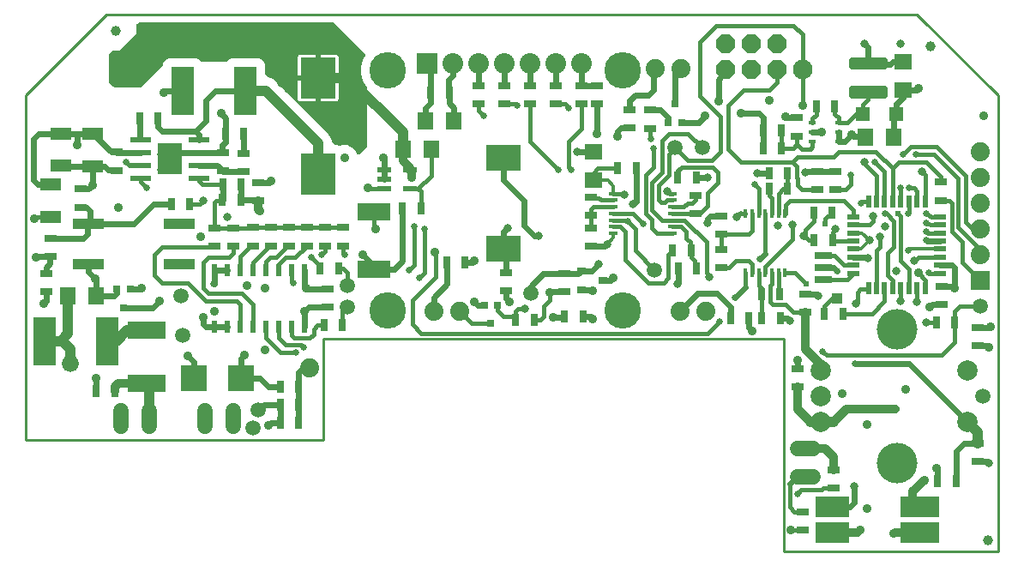
<source format=gbr>
G04 EAGLE Gerber RS-274X export*
G75*
%MOMM*%
%FSLAX34Y34*%
%LPD*%
%INTop Copper*%
%IPPOS*%
%AMOC8*
5,1,8,0,0,1.08239X$1,22.5*%
G01*
%ADD10C,2.000000*%
%ADD11C,4.000000*%
%ADD12R,1.320800X0.558800*%
%ADD13R,1.200000X0.800000*%
%ADD14R,0.800000X1.200000*%
%ADD15R,3.200000X1.800000*%
%ADD16R,2.032000X2.032000*%
%ADD17C,2.032000*%
%ADD18C,3.600000*%
%ADD19R,1.600000X1.800000*%
%ADD20R,3.100000X1.000000*%
%ADD21R,1.700000X0.700000*%
%ADD22R,1.270000X0.558800*%
%ADD23R,0.558800X1.270000*%
%ADD24R,0.600000X1.200000*%
%ADD25R,0.800000X0.450000*%
%ADD26R,2.150000X0.500000*%
%ADD27R,2.400000X3.100000*%
%ADD28C,0.625000*%
%ADD29R,3.500000X4.100000*%
%ADD30R,1.397000X1.397000*%
%ADD31R,1.800000X1.600000*%
%ADD32R,0.900000X0.800000*%
%ADD33R,2.000000X1.200000*%
%ADD34R,2.286000X4.800000*%
%ADD35R,2.540000X2.540000*%
%ADD36R,0.700000X0.700000*%
%ADD37R,3.700000X1.800000*%
%ADD38C,1.524000*%
%ADD39C,1.000000*%
%ADD40C,1.500000*%
%ADD41C,1.879600*%
%ADD42R,1.879600X1.879600*%
%ADD43R,0.900000X0.350000*%
%ADD44R,0.350000X0.900000*%
%ADD45R,2.000000X1.780000*%
%ADD46P,2.034460X8X22.500000*%
%ADD47R,3.400000X2.600000*%
%ADD48C,0.609600*%
%ADD49C,0.914400*%
%ADD50C,0.406400*%
%ADD51C,0.304800*%
%ADD52C,0.812800*%
%ADD53C,0.635000*%
%ADD54C,0.609600*%
%ADD55C,0.812800*%
%ADD56C,1.676400*%
%ADD57C,1.016000*%
%ADD58C,1.930400*%
%ADD59C,0.508000*%
%ADD60R,1.016000X1.016000*%
%ADD61C,0.254000*%

G36*
X328255Y281640D02*
X328255Y281640D01*
X328304Y281641D01*
X328410Y281672D01*
X328518Y281694D01*
X328562Y281716D01*
X328610Y281730D01*
X328704Y281785D01*
X328803Y281834D01*
X328841Y281866D01*
X328884Y281891D01*
X329005Y281998D01*
X336686Y289679D01*
X336746Y289757D01*
X336814Y289829D01*
X336843Y289882D01*
X336880Y289930D01*
X336920Y290021D01*
X336968Y290107D01*
X336983Y290166D01*
X337007Y290222D01*
X337022Y290320D01*
X337047Y290415D01*
X337053Y290515D01*
X337057Y290536D01*
X337055Y290548D01*
X337057Y290576D01*
X337057Y347405D01*
X337045Y347504D01*
X337042Y347603D01*
X337025Y347661D01*
X337017Y347721D01*
X336981Y347813D01*
X336953Y347908D01*
X336923Y347960D01*
X336900Y348017D01*
X336842Y348097D01*
X336792Y348182D01*
X336726Y348257D01*
X336714Y348274D01*
X336704Y348282D01*
X336685Y348303D01*
X336212Y348777D01*
X332772Y354735D01*
X330991Y361380D01*
X330991Y368260D01*
X332772Y374905D01*
X335347Y379366D01*
X335391Y379469D01*
X335442Y379569D01*
X335452Y379615D01*
X335470Y379659D01*
X335487Y379770D01*
X335511Y379880D01*
X335510Y379927D01*
X335517Y379973D01*
X335505Y380085D01*
X335502Y380197D01*
X335489Y380243D01*
X335484Y380290D01*
X335444Y380395D01*
X335413Y380503D01*
X335389Y380544D01*
X335373Y380588D01*
X335309Y380680D01*
X335252Y380777D01*
X335204Y380831D01*
X335191Y380849D01*
X335178Y380861D01*
X335145Y380898D01*
X304571Y411472D01*
X304493Y411532D01*
X304421Y411600D01*
X304368Y411629D01*
X304320Y411666D01*
X304229Y411706D01*
X304143Y411754D01*
X304084Y411769D01*
X304028Y411793D01*
X303930Y411808D01*
X303835Y411833D01*
X303735Y411839D01*
X303714Y411843D01*
X303702Y411841D01*
X303674Y411843D01*
X111870Y411843D01*
X111772Y411831D01*
X111673Y411828D01*
X111615Y411811D01*
X111554Y411803D01*
X111462Y411767D01*
X111367Y411739D01*
X111315Y411709D01*
X111259Y411686D01*
X111179Y411628D01*
X111093Y411578D01*
X111018Y411512D01*
X111001Y411500D01*
X110994Y411490D01*
X110973Y411472D01*
X109847Y410346D01*
X109786Y410267D01*
X109718Y410195D01*
X109689Y410142D01*
X109652Y410094D01*
X109612Y410003D01*
X109564Y409917D01*
X109549Y409858D01*
X109525Y409802D01*
X109510Y409704D01*
X109485Y409609D01*
X109479Y409509D01*
X109475Y409488D01*
X109477Y409476D01*
X109475Y409448D01*
X109475Y400830D01*
X92946Y384301D01*
X86360Y384301D01*
X86262Y384289D01*
X86163Y384286D01*
X86105Y384269D01*
X86044Y384261D01*
X85952Y384225D01*
X85857Y384197D01*
X85805Y384167D01*
X85749Y384144D01*
X85669Y384086D01*
X85583Y384036D01*
X85508Y383970D01*
X85491Y383958D01*
X85484Y383948D01*
X85463Y383930D01*
X82415Y380882D01*
X82354Y380803D01*
X82286Y380731D01*
X82257Y380678D01*
X82220Y380630D01*
X82180Y380539D01*
X82132Y380453D01*
X82117Y380394D01*
X82093Y380338D01*
X82078Y380240D01*
X82053Y380145D01*
X82047Y380045D01*
X82043Y380024D01*
X82045Y380012D01*
X82043Y379984D01*
X82043Y353568D01*
X82055Y353470D01*
X82058Y353371D01*
X82075Y353313D01*
X82083Y353252D01*
X82119Y353160D01*
X82147Y353065D01*
X82177Y353013D01*
X82200Y352957D01*
X82258Y352877D01*
X82308Y352791D01*
X82374Y352716D01*
X82386Y352699D01*
X82396Y352692D01*
X82415Y352671D01*
X86479Y348607D01*
X86557Y348546D01*
X86629Y348478D01*
X86682Y348449D01*
X86730Y348412D01*
X86821Y348372D01*
X86907Y348324D01*
X86966Y348309D01*
X87022Y348285D01*
X87120Y348270D01*
X87215Y348245D01*
X87315Y348239D01*
X87336Y348235D01*
X87348Y348237D01*
X87357Y348236D01*
X87495Y348099D01*
X87573Y348038D01*
X87645Y347970D01*
X87698Y347941D01*
X87746Y347904D01*
X87837Y347864D01*
X87923Y347816D01*
X87982Y347801D01*
X88038Y347777D01*
X88136Y347762D01*
X88231Y347737D01*
X88331Y347731D01*
X88352Y347727D01*
X88364Y347729D01*
X88392Y347727D01*
X112268Y347727D01*
X112366Y347739D01*
X112465Y347742D01*
X112523Y347759D01*
X112584Y347767D01*
X112676Y347803D01*
X112771Y347831D01*
X112823Y347861D01*
X112879Y347884D01*
X112959Y347942D01*
X113045Y347992D01*
X113120Y348058D01*
X113137Y348070D01*
X113144Y348080D01*
X113166Y348099D01*
X135106Y370039D01*
X135112Y370047D01*
X135119Y370052D01*
X135209Y370172D01*
X135301Y370290D01*
X135305Y370299D01*
X135310Y370306D01*
X135381Y370451D01*
X136607Y373410D01*
X138893Y375696D01*
X141881Y376934D01*
X167975Y376934D01*
X170963Y375696D01*
X172652Y374007D01*
X172731Y373946D01*
X172803Y373878D01*
X172856Y373849D01*
X172904Y373812D01*
X172995Y373772D01*
X173081Y373724D01*
X173140Y373709D01*
X173195Y373685D01*
X173293Y373670D01*
X173389Y373645D01*
X173489Y373639D01*
X173509Y373635D01*
X173522Y373637D01*
X173550Y373635D01*
X198306Y373635D01*
X198404Y373647D01*
X198503Y373650D01*
X198562Y373667D01*
X198622Y373675D01*
X198714Y373711D01*
X198809Y373739D01*
X198861Y373769D01*
X198917Y373792D01*
X198997Y373850D01*
X199083Y373900D01*
X199158Y373966D01*
X199175Y373978D01*
X199183Y373988D01*
X199204Y374007D01*
X200893Y375696D01*
X203881Y376934D01*
X229975Y376934D01*
X232963Y375696D01*
X235249Y373410D01*
X236487Y370422D01*
X236487Y361176D01*
X236499Y361078D01*
X236502Y360979D01*
X236519Y360921D01*
X236527Y360860D01*
X236563Y360768D01*
X236591Y360673D01*
X236621Y360621D01*
X236644Y360565D01*
X236702Y360485D01*
X236752Y360399D01*
X236818Y360324D01*
X236830Y360307D01*
X236840Y360300D01*
X236858Y360279D01*
X238752Y358385D01*
X238830Y358325D01*
X238902Y358257D01*
X238955Y358228D01*
X239003Y358191D01*
X239094Y358151D01*
X239180Y358103D01*
X239239Y358088D01*
X239295Y358064D01*
X239393Y358049D01*
X239407Y358045D01*
X244337Y356003D01*
X299869Y300471D01*
X301901Y295564D01*
X301912Y295528D01*
X301920Y295467D01*
X301956Y295375D01*
X301984Y295280D01*
X302014Y295228D01*
X302037Y295172D01*
X302095Y295092D01*
X302145Y295006D01*
X302211Y294931D01*
X302223Y294914D01*
X302233Y294907D01*
X302251Y294886D01*
X305884Y291253D01*
X305962Y291193D01*
X306034Y291125D01*
X306087Y291096D01*
X306135Y291059D01*
X306226Y291019D01*
X306312Y290971D01*
X306371Y290956D01*
X306427Y290932D01*
X306525Y290917D01*
X306620Y290892D01*
X306720Y290886D01*
X306741Y290882D01*
X306753Y290884D01*
X306781Y290882D01*
X307788Y290882D01*
X309687Y290095D01*
X309782Y290069D01*
X309875Y290034D01*
X309935Y290027D01*
X309993Y290011D01*
X310092Y290010D01*
X310191Y289999D01*
X310251Y290007D01*
X310311Y290006D01*
X310408Y290029D01*
X310506Y290043D01*
X310601Y290076D01*
X310621Y290080D01*
X310632Y290086D01*
X310658Y290095D01*
X312434Y290831D01*
X317486Y290831D01*
X322154Y288897D01*
X325727Y285324D01*
X326935Y282409D01*
X326959Y282366D01*
X326976Y282320D01*
X327038Y282229D01*
X327092Y282133D01*
X327127Y282098D01*
X327155Y282056D01*
X327237Y281984D01*
X327313Y281905D01*
X327356Y281879D01*
X327393Y281846D01*
X327491Y281796D01*
X327584Y281739D01*
X327632Y281724D01*
X327676Y281701D01*
X327783Y281677D01*
X327888Y281645D01*
X327938Y281643D01*
X327987Y281632D01*
X328097Y281635D01*
X328206Y281630D01*
X328255Y281640D01*
G37*
G36*
X901702Y-101725D02*
X901702Y-101725D01*
X901704Y-101726D01*
X901747Y-101706D01*
X901791Y-101688D01*
X901791Y-101686D01*
X901793Y-101685D01*
X901826Y-101600D01*
X901826Y-81280D01*
X901825Y-81278D01*
X901826Y-81276D01*
X901806Y-81233D01*
X901788Y-81189D01*
X901786Y-81189D01*
X901785Y-81187D01*
X901700Y-81154D01*
X863600Y-81154D01*
X863598Y-81155D01*
X863596Y-81154D01*
X863553Y-81174D01*
X863509Y-81192D01*
X863509Y-81194D01*
X863507Y-81195D01*
X863474Y-81280D01*
X863474Y-101600D01*
X863475Y-101602D01*
X863474Y-101604D01*
X863494Y-101647D01*
X863512Y-101691D01*
X863514Y-101691D01*
X863515Y-101693D01*
X863600Y-101726D01*
X901700Y-101726D01*
X901702Y-101725D01*
G37*
G36*
X901702Y-76325D02*
X901702Y-76325D01*
X901704Y-76326D01*
X901747Y-76306D01*
X901791Y-76288D01*
X901791Y-76286D01*
X901793Y-76285D01*
X901826Y-76200D01*
X901826Y-55880D01*
X901825Y-55878D01*
X901826Y-55876D01*
X901806Y-55833D01*
X901788Y-55789D01*
X901786Y-55789D01*
X901785Y-55787D01*
X901700Y-55754D01*
X863600Y-55754D01*
X863598Y-55755D01*
X863596Y-55754D01*
X863553Y-55774D01*
X863509Y-55792D01*
X863509Y-55794D01*
X863507Y-55795D01*
X863474Y-55880D01*
X863474Y-76200D01*
X863475Y-76202D01*
X863474Y-76204D01*
X863494Y-76247D01*
X863512Y-76291D01*
X863514Y-76291D01*
X863515Y-76293D01*
X863600Y-76326D01*
X901700Y-76326D01*
X901702Y-76325D01*
G37*
G36*
X812802Y-76325D02*
X812802Y-76325D01*
X812804Y-76326D01*
X812847Y-76306D01*
X812891Y-76288D01*
X812891Y-76286D01*
X812893Y-76285D01*
X812926Y-76200D01*
X812926Y-55880D01*
X812925Y-55878D01*
X812926Y-55876D01*
X812906Y-55833D01*
X812888Y-55789D01*
X812886Y-55789D01*
X812885Y-55787D01*
X812800Y-55754D01*
X779780Y-55754D01*
X779778Y-55755D01*
X779776Y-55754D01*
X779733Y-55774D01*
X779689Y-55792D01*
X779689Y-55794D01*
X779687Y-55795D01*
X779654Y-55880D01*
X779654Y-76200D01*
X779655Y-76202D01*
X779654Y-76204D01*
X779674Y-76247D01*
X779692Y-76291D01*
X779694Y-76291D01*
X779695Y-76293D01*
X779780Y-76326D01*
X812800Y-76326D01*
X812802Y-76325D01*
G37*
G36*
X812802Y-101725D02*
X812802Y-101725D01*
X812804Y-101726D01*
X812847Y-101706D01*
X812891Y-101688D01*
X812891Y-101686D01*
X812893Y-101685D01*
X812926Y-101600D01*
X812926Y-81280D01*
X812925Y-81278D01*
X812926Y-81276D01*
X812906Y-81233D01*
X812888Y-81189D01*
X812886Y-81189D01*
X812885Y-81187D01*
X812800Y-81154D01*
X779780Y-81154D01*
X779778Y-81155D01*
X779776Y-81154D01*
X779733Y-81174D01*
X779689Y-81192D01*
X779689Y-81194D01*
X779687Y-81195D01*
X779654Y-81280D01*
X779654Y-101600D01*
X779655Y-101602D01*
X779654Y-101604D01*
X779674Y-101647D01*
X779692Y-101691D01*
X779694Y-101691D01*
X779695Y-101693D01*
X779780Y-101726D01*
X812800Y-101726D01*
X812802Y-101725D01*
G37*
%LPC*%
G36*
X291210Y359792D02*
X291210Y359792D01*
X291210Y380294D01*
X306505Y380294D01*
X307152Y380121D01*
X307731Y379786D01*
X308204Y379313D01*
X308539Y378734D01*
X308712Y378087D01*
X308712Y359792D01*
X291210Y359792D01*
G37*
%LPD*%
%LPC*%
G36*
X291210Y334212D02*
X291210Y334212D01*
X291210Y354714D01*
X308712Y354714D01*
X308712Y336419D01*
X308539Y335772D01*
X308204Y335193D01*
X307731Y334720D01*
X307152Y334385D01*
X306505Y334212D01*
X291210Y334212D01*
G37*
%LPD*%
%LPC*%
G36*
X268630Y359792D02*
X268630Y359792D01*
X268630Y378087D01*
X268803Y378734D01*
X269138Y379313D01*
X269611Y379786D01*
X270190Y380121D01*
X270837Y380294D01*
X286132Y380294D01*
X286132Y359792D01*
X268630Y359792D01*
G37*
%LPD*%
%LPC*%
G36*
X270837Y334212D02*
X270837Y334212D01*
X270190Y334385D01*
X269611Y334720D01*
X269138Y335193D01*
X268803Y335772D01*
X268630Y336419D01*
X268630Y354714D01*
X286132Y354714D01*
X286132Y334212D01*
X270837Y334212D01*
G37*
%LPD*%
%LPC*%
G36*
X288670Y357252D02*
X288670Y357252D01*
X288670Y357254D01*
X288672Y357254D01*
X288672Y357252D01*
X288670Y357252D01*
G37*
%LPD*%
D10*
X785070Y68600D03*
X785070Y17800D03*
X785070Y43200D03*
D11*
X860000Y-22840D03*
X860000Y109240D03*
D10*
X929850Y17800D03*
X929850Y68600D03*
D12*
X353822Y266446D03*
X353822Y257048D03*
X353822Y247650D03*
X379222Y247650D03*
X379222Y266446D03*
D13*
X224155Y191533D03*
X224155Y209533D03*
X241935Y191533D03*
X241935Y209533D03*
X259715Y191533D03*
X259715Y209533D03*
X277495Y191533D03*
X277495Y209533D03*
X313055Y191533D03*
X313055Y209533D03*
X295275Y191533D03*
X295275Y209533D03*
X204851Y191406D03*
X204851Y209406D03*
X186309Y191406D03*
X186309Y209406D03*
D14*
X194454Y252222D03*
X212454Y252222D03*
D15*
X344170Y224723D03*
X344170Y168723D03*
D14*
X269604Y16510D03*
X251604Y16510D03*
X251604Y34290D03*
X269604Y34290D03*
X251604Y52070D03*
X269604Y52070D03*
D16*
X396320Y371420D03*
D17*
X421720Y371420D03*
X447120Y371420D03*
X472520Y371420D03*
X497920Y371420D03*
X523320Y371420D03*
D18*
X589120Y127820D03*
X357120Y127820D03*
X357120Y364820D03*
X589120Y364820D03*
D17*
X548720Y371420D03*
D13*
X762000Y51960D03*
X762000Y69960D03*
X769620Y125620D03*
X769620Y143620D03*
D14*
X918320Y-40640D03*
X900320Y-40640D03*
D13*
X939800Y-21700D03*
X939800Y-3700D03*
X24257Y198738D03*
X24257Y180738D03*
D14*
X399940Y342900D03*
X417940Y342900D03*
D19*
X422940Y314960D03*
X394940Y314960D03*
D13*
X798957Y246778D03*
X798957Y264778D03*
D20*
X151680Y173040D03*
X61680Y173040D03*
X151680Y213040D03*
X61680Y213040D03*
D14*
X162162Y232537D03*
X144162Y232537D03*
D13*
X563880Y331360D03*
X563880Y349360D03*
X781177Y246778D03*
X781177Y264778D03*
D21*
X787527Y158053D03*
X787527Y170053D03*
X787527Y182053D03*
D22*
X816991Y220278D03*
X816991Y212278D03*
X816991Y204278D03*
X816991Y196278D03*
X816991Y188278D03*
X816991Y180278D03*
X816991Y172278D03*
X816991Y164278D03*
D23*
X831917Y149352D03*
X839917Y149352D03*
X847917Y149352D03*
X855917Y149352D03*
X863917Y149352D03*
X871917Y149352D03*
X879917Y149352D03*
X887917Y149352D03*
D22*
X902843Y164278D03*
X902843Y172278D03*
X902843Y180278D03*
X902843Y188278D03*
X902843Y196278D03*
X902843Y204278D03*
X902843Y212278D03*
X902843Y220278D03*
D23*
X887917Y235204D03*
X879917Y235204D03*
X871917Y235204D03*
X863917Y235204D03*
X855917Y235204D03*
X847917Y235204D03*
X839917Y235204D03*
X831917Y235204D03*
D13*
X903859Y254491D03*
X903859Y236491D03*
D24*
X274955Y167573D03*
X262255Y167573D03*
X249555Y167573D03*
X236855Y167573D03*
X224155Y167573D03*
X211455Y167573D03*
X198755Y167573D03*
X186055Y167573D03*
X186055Y111573D03*
X198755Y111573D03*
X211455Y111573D03*
X224155Y111573D03*
X236855Y111573D03*
X249555Y111573D03*
X262255Y111573D03*
X274955Y111573D03*
D13*
X298450Y131081D03*
X298450Y149081D03*
X447040Y331360D03*
X447040Y349360D03*
X472440Y331360D03*
X472440Y349360D03*
X497840Y331360D03*
X497840Y349360D03*
X523240Y331360D03*
X523240Y349360D03*
X548640Y331360D03*
X548640Y349360D03*
D25*
X776809Y313411D03*
X776809Y303911D03*
X776809Y294411D03*
X802309Y294411D03*
X802309Y303911D03*
X802309Y313411D03*
D26*
X113617Y296545D03*
X113617Y283845D03*
X113617Y271145D03*
X113617Y258445D03*
X171117Y258445D03*
X171117Y271145D03*
X171117Y283845D03*
X171117Y296545D03*
D27*
X142367Y277495D03*
D28*
X815594Y346884D02*
X847344Y346884D01*
X847344Y340634D01*
X815594Y340634D01*
X815594Y346884D01*
X815594Y346571D02*
X847344Y346571D01*
X847344Y374884D02*
X815594Y374884D01*
X847344Y374884D02*
X847344Y368634D01*
X815594Y368634D01*
X815594Y374884D01*
X815594Y374571D02*
X847344Y374571D01*
D29*
X288671Y262253D03*
X288671Y357253D03*
D14*
X780559Y329311D03*
X798559Y329311D03*
D30*
X826389Y321691D03*
X859409Y321691D03*
D31*
X866521Y373029D03*
X866521Y345029D03*
D14*
X727981Y305689D03*
X745981Y305689D03*
D13*
X761619Y299991D03*
X761619Y317991D03*
D14*
X745981Y287909D03*
X727981Y287909D03*
D19*
X828899Y298831D03*
X856899Y298831D03*
D32*
X569809Y157519D03*
X548809Y148019D03*
X548809Y167019D03*
D14*
X550029Y121479D03*
X532029Y121479D03*
D13*
X531379Y145931D03*
X531379Y163931D03*
D14*
X602598Y267843D03*
X584598Y267843D03*
D13*
X557657Y239378D03*
X557657Y221378D03*
X557657Y190898D03*
X557657Y208898D03*
D31*
X560578Y256383D03*
X560578Y284383D03*
D14*
X638700Y186563D03*
X656700Y186563D03*
X644415Y168910D03*
X662415Y168910D03*
D13*
X661162Y241537D03*
X661162Y223537D03*
D33*
X34798Y302512D03*
X34798Y270512D03*
X66421Y302004D03*
X66421Y270004D03*
X24892Y252347D03*
X24892Y220347D03*
D13*
X89667Y266099D03*
X89667Y284099D03*
D14*
X112311Y317759D03*
X130311Y317759D03*
D13*
X214757Y282812D03*
X214757Y264812D03*
D14*
X197375Y302260D03*
X215375Y302260D03*
D13*
X194437Y283447D03*
X194437Y265447D03*
D14*
X194213Y236748D03*
X212213Y236748D03*
D34*
X216928Y344805D03*
X154928Y344805D03*
D35*
X212725Y60579D03*
X165735Y60579D03*
D13*
X53848Y247633D03*
X53848Y229633D03*
X616712Y307611D03*
X616712Y325611D03*
D36*
X634342Y313330D03*
X647342Y313330D03*
X640842Y331830D03*
D37*
X119761Y108423D03*
X119761Y55923D03*
D34*
X18657Y97282D03*
X80657Y97282D03*
D13*
X596519Y308246D03*
X596519Y326246D03*
D38*
X94361Y28448D02*
X94361Y13208D01*
X122301Y13208D02*
X122301Y28448D01*
X176784Y28829D02*
X176784Y13589D01*
X204724Y13589D02*
X204724Y28829D01*
X762000Y-36830D02*
X777240Y-36830D01*
X777240Y-8890D02*
X762000Y-8890D01*
D39*
X88900Y403860D03*
X893699Y388366D03*
X949960Y-99060D03*
D13*
X20320Y145940D03*
X20320Y163940D03*
X939800Y92600D03*
X939800Y110600D03*
X229362Y253856D03*
X229362Y235856D03*
D19*
X41880Y142240D03*
X69880Y142240D03*
D14*
X69740Y48260D03*
X87740Y48260D03*
D19*
X372207Y286639D03*
X400207Y286639D03*
D14*
X390000Y228600D03*
X372000Y228600D03*
X778400Y197104D03*
X796400Y197104D03*
D13*
X904240Y133240D03*
X904240Y151240D03*
D40*
X229616Y29591D03*
D41*
X621411Y366522D03*
X646811Y366522D03*
D42*
X942340Y157480D03*
D41*
X942340Y182880D03*
X942340Y208280D03*
X942340Y233680D03*
X942340Y259080D03*
X942340Y284480D03*
D43*
X580350Y243020D03*
X580350Y236520D03*
X580350Y230020D03*
X580350Y223520D03*
X580350Y217020D03*
X580350Y210520D03*
X580350Y204020D03*
X638850Y204020D03*
X638850Y210520D03*
X638850Y217020D03*
X638850Y223520D03*
X638850Y230020D03*
X638850Y236520D03*
X638850Y243020D03*
D44*
X710750Y165060D03*
X717250Y165060D03*
X723750Y165060D03*
X730250Y165060D03*
X736750Y165060D03*
X743250Y165060D03*
X749750Y165060D03*
X749750Y223560D03*
X743250Y223560D03*
X736750Y223560D03*
X730250Y223560D03*
X723750Y223560D03*
X717250Y223560D03*
X710750Y223560D03*
D14*
X733950Y262890D03*
X751950Y262890D03*
X733950Y247650D03*
X751950Y247650D03*
X744330Y143510D03*
X726330Y143510D03*
X744838Y120142D03*
X726838Y120142D03*
D13*
X687070Y170070D03*
X687070Y188070D03*
D45*
X801190Y-66040D03*
X801190Y-91440D03*
X875690Y-91440D03*
X875690Y-66040D03*
D36*
X103020Y148950D03*
X90020Y148950D03*
X96520Y130450D03*
D14*
X806560Y124460D03*
X788560Y124460D03*
D13*
X767080Y-71010D03*
X767080Y-89010D03*
X797560Y-29608D03*
X797560Y-47608D03*
D14*
X661780Y259080D03*
X643780Y259080D03*
D13*
X687070Y221090D03*
X687070Y203090D03*
D46*
X690880Y365760D03*
X690880Y391160D03*
X716280Y365760D03*
X716280Y391160D03*
X741680Y365760D03*
X741680Y391160D03*
D14*
X294530Y113030D03*
X312530Y113030D03*
X290720Y168910D03*
X308720Y168910D03*
D40*
X498348Y144526D03*
D41*
X280670Y71120D03*
D40*
X641350Y288290D03*
X317500Y152400D03*
X317500Y130810D03*
X153670Y142240D03*
X621030Y167640D03*
X668020Y288290D03*
X154940Y102870D03*
X224790Y11430D03*
X942340Y132080D03*
D14*
X899050Y115570D03*
X917050Y115570D03*
D13*
X473964Y146956D03*
X473964Y164956D03*
D40*
X944880Y43180D03*
D14*
X795892Y224536D03*
X777892Y224536D03*
D40*
X191516Y401320D03*
D47*
X471424Y188680D03*
X471424Y278680D03*
D36*
X465732Y133202D03*
X452732Y133202D03*
X459232Y114702D03*
D14*
X433688Y174752D03*
X415688Y174752D03*
D41*
X402844Y127000D03*
X428244Y127000D03*
D14*
X714104Y119888D03*
X696104Y119888D03*
D41*
X645668Y127000D03*
X671068Y127000D03*
D14*
X501760Y118110D03*
X483760Y118110D03*
D48*
X90020Y144630D02*
X90020Y148950D01*
X90020Y144630D02*
X87630Y142240D01*
X69880Y142240D01*
X69880Y157450D01*
X68580Y158750D01*
D49*
X68580Y158750D03*
D48*
X61680Y165650D02*
X61680Y173040D01*
X61680Y165650D02*
X68580Y158750D01*
X20320Y145940D02*
X20320Y137160D01*
X17780Y134620D01*
D49*
X17780Y134620D03*
D50*
X10797Y220347D02*
X24892Y220347D01*
X10797Y220347D02*
X8890Y218440D01*
D49*
X8890Y218440D03*
D48*
X35306Y270004D02*
X66421Y270004D01*
D51*
X35306Y270004D02*
X34798Y270512D01*
D48*
X53848Y247633D02*
X62213Y247633D01*
X66040Y251460D01*
D49*
X66040Y251460D03*
D48*
X66421Y251841D02*
X66421Y270004D01*
D51*
X66421Y251841D02*
X66040Y251460D01*
D49*
X91440Y229108D03*
D48*
X171117Y283845D02*
X194039Y283845D01*
D51*
X194437Y283447D01*
D48*
X171117Y283845D02*
X148717Y283845D01*
D51*
X142367Y277495D01*
D48*
X197375Y293895D02*
X197375Y302260D01*
X197375Y293895D02*
X194310Y290830D01*
X194310Y283574D01*
D51*
X194437Y283447D01*
D48*
X197375Y302260D02*
X197375Y317737D01*
X193040Y322072D01*
D49*
X193040Y322072D03*
D48*
X154928Y344805D02*
X138303Y344805D01*
X136398Y342900D01*
D49*
X136398Y342900D03*
D48*
X229362Y253856D02*
X240648Y253856D01*
X242062Y255270D01*
D49*
X242062Y255270D03*
X314960Y278130D03*
D52*
X833120Y196850D03*
D51*
X825692Y204278D02*
X816991Y204278D01*
X825692Y204278D02*
X833120Y196850D01*
X824548Y188278D02*
X816991Y188278D01*
X824548Y188278D02*
X833120Y196850D01*
D48*
X889572Y196278D02*
X902843Y196278D01*
X889572Y196278D02*
X889000Y196850D01*
D53*
X889000Y196850D03*
D51*
X859409Y321691D02*
X859790Y322072D01*
D48*
X866521Y345029D02*
X879699Y345029D01*
X881380Y346710D01*
D49*
X881380Y346710D03*
X892810Y130810D03*
D48*
X939800Y92600D02*
X950070Y92600D01*
X951230Y91440D01*
D49*
X951230Y91440D03*
D48*
X950070Y-21700D02*
X939800Y-21700D01*
X950070Y-21700D02*
X951230Y-22860D01*
D52*
X951230Y-22860D03*
D49*
X856996Y-92710D03*
D48*
X251604Y34290D02*
X235077Y34290D01*
X229616Y29591D01*
X165735Y60579D02*
X165735Y76835D01*
X160020Y82550D01*
D49*
X160020Y82550D03*
X69850Y60960D03*
D48*
X186055Y111573D02*
X198755Y111573D01*
D49*
X175260Y120650D03*
D48*
X186055Y154305D02*
X186055Y167573D01*
X186055Y154305D02*
X185420Y153670D01*
D53*
X185420Y153670D03*
D48*
X186055Y167573D02*
X198755Y167573D01*
X279671Y131081D02*
X298450Y131081D01*
X279671Y131081D02*
X275590Y127000D01*
D49*
X275590Y127000D03*
D48*
X274955Y126365D02*
X274955Y111573D01*
X274955Y126365D02*
X275590Y127000D01*
X353822Y257048D02*
X353822Y266446D01*
X353822Y277368D01*
D51*
X353060Y278130D01*
D49*
X353060Y278130D03*
D48*
X394940Y314960D02*
X394940Y327630D01*
X399940Y332630D01*
X399940Y342900D01*
X399940Y367800D01*
X396320Y371420D01*
X550029Y121479D02*
X557971Y121479D01*
X560070Y119380D01*
D49*
X560070Y119380D03*
D48*
X569809Y157519D02*
X577889Y157519D01*
X580390Y160020D01*
D49*
X580390Y160020D03*
D48*
X571898Y190898D02*
X557657Y190898D01*
X571898Y190898D02*
X574040Y193040D01*
D52*
X574040Y193040D03*
D51*
X574850Y193850D01*
D52*
X673100Y214122D03*
D48*
X675750Y221090D02*
X687070Y221090D01*
X675750Y221090D02*
X673100Y218440D01*
X673100Y214122D01*
X722630Y262890D02*
X733950Y262890D01*
D52*
X722630Y262890D03*
D48*
X673100Y259080D02*
X661780Y259080D01*
D52*
X673100Y259080D03*
D49*
X670560Y320040D03*
D48*
X560578Y284383D02*
X544927Y284383D01*
D51*
X544830Y284480D01*
D52*
X544830Y284480D03*
D48*
X751349Y317991D02*
X761619Y317991D01*
X751349Y317991D02*
X750570Y318770D01*
D49*
X750570Y318770D03*
D48*
X776809Y303911D02*
X785749Y303911D01*
D51*
X786130Y303530D01*
D49*
X786130Y303530D03*
X734060Y335280D03*
D48*
X787527Y170053D02*
X797433Y170053D01*
X801370Y166370D01*
D53*
X801370Y166370D03*
D52*
X768350Y201422D03*
D49*
X186690Y127000D03*
X236220Y88900D03*
D48*
X242570Y16510D02*
X251604Y16510D01*
X242570Y16510D02*
X240030Y13970D01*
D49*
X240030Y13970D03*
D48*
X251604Y16510D02*
X251604Y34290D01*
D52*
X599440Y232410D03*
X742950Y211836D03*
X859790Y166370D03*
D49*
X945642Y320040D03*
D52*
X199390Y219710D03*
D49*
X830580Y15240D03*
X806450Y45720D03*
D48*
X895240Y133240D02*
X904240Y133240D01*
X895240Y133240D02*
X892810Y130810D01*
X77976Y270004D02*
X66421Y270004D01*
X77976Y270004D02*
X81280Y266700D01*
X89066Y266700D01*
D51*
X89667Y266099D01*
D48*
X177987Y111573D02*
X186055Y111573D01*
X177987Y111573D02*
X175260Y114300D01*
X175260Y120650D01*
X647342Y313330D02*
X664570Y313330D01*
X670560Y320040D01*
X602598Y267843D02*
X602598Y235568D01*
X599440Y232410D01*
X856899Y298831D02*
X856899Y319181D01*
D50*
X859409Y321691D01*
D48*
X859790Y322072D02*
X859790Y331470D01*
X866140Y337820D01*
X866140Y344648D01*
D50*
X866521Y345029D01*
X787400Y170180D02*
X787527Y170053D01*
D54*
X770890Y153670D03*
D53*
X151130Y289560D03*
X143510Y289560D03*
X135890Y289560D03*
X133350Y281940D03*
X140970Y281940D03*
X148590Y281940D03*
X151130Y274320D03*
X143510Y274320D03*
X135890Y274320D03*
X133350Y266700D03*
X140970Y266700D03*
X148590Y266700D03*
D52*
X754380Y117856D03*
D50*
X772668Y197104D02*
X768350Y201422D01*
X772668Y197104D02*
X778400Y197104D01*
X777892Y215536D02*
X777892Y224536D01*
X777892Y215536D02*
X769620Y207264D01*
X769620Y202692D01*
X768350Y201422D01*
D51*
X580350Y199350D02*
X580350Y204020D01*
X580350Y199350D02*
X574040Y193040D01*
D50*
X749750Y165060D02*
X759500Y165060D01*
X770890Y153670D01*
D49*
X517398Y145796D03*
D48*
X517533Y145931D02*
X531379Y145931D01*
X517533Y145931D02*
X517398Y145796D01*
D49*
X830580Y-68072D03*
D55*
X858266Y-91440D02*
X875690Y-91440D01*
D48*
X858266Y-91440D02*
X856996Y-92710D01*
D52*
X643636Y154178D03*
D48*
X644415Y154957D02*
X644415Y168910D01*
X644415Y154957D02*
X643636Y154178D01*
X744838Y120142D02*
X752094Y120142D01*
X754380Y117856D01*
X452732Y133202D02*
X445918Y133202D01*
D50*
X442976Y136144D01*
D49*
X442976Y136144D03*
D50*
X501760Y118110D02*
X508000Y118110D01*
X511810Y121920D01*
X511810Y132080D01*
X517398Y137668D01*
X517398Y145796D01*
D48*
X69850Y60960D02*
X69850Y48370D01*
X69740Y48260D01*
D54*
X789432Y212852D03*
D50*
X789432Y218076D01*
X795892Y224536D01*
D56*
X44450Y75438D03*
D48*
X49530Y302004D02*
X66421Y302004D01*
X49530Y302004D02*
X35306Y302004D01*
D51*
X34798Y302512D01*
D48*
X50800Y290830D02*
X51181Y290449D01*
D49*
X50800Y290830D03*
D48*
X89921Y283845D02*
X113617Y283845D01*
D51*
X89921Y283845D02*
X89667Y284099D01*
D48*
X826359Y299309D02*
X828899Y298831D01*
D49*
X815340Y300990D03*
D51*
X828010Y299720D02*
X828899Y298831D01*
D48*
X802309Y294411D02*
X802309Y303911D01*
X24892Y252347D02*
X11813Y252347D01*
X7620Y256540D01*
X7620Y297180D01*
X12700Y302260D01*
X34546Y302260D01*
D51*
X34798Y302512D01*
D48*
X548809Y148019D02*
X560641Y148019D01*
X559816Y146812D01*
D49*
X559816Y146812D03*
D48*
X817021Y299309D02*
X826359Y299309D01*
X817021Y299309D02*
X815340Y300990D01*
X808761Y294411D02*
X802309Y294411D01*
X808761Y294411D02*
X815340Y300990D01*
X89667Y284099D02*
X84326Y284099D01*
X66421Y302004D01*
D49*
X520700Y120650D03*
D48*
X531200Y120650D02*
X532029Y121479D01*
X531200Y120650D02*
X520700Y120650D01*
D57*
X44450Y89662D02*
X44450Y75438D01*
X44450Y89662D02*
X36576Y97536D01*
X34544Y97536D01*
X18911Y97536D01*
X18657Y97282D01*
X41880Y104872D02*
X41880Y142240D01*
X41880Y104872D02*
X34544Y97536D01*
D48*
X473964Y139700D02*
X473964Y146956D01*
X473964Y139700D02*
X477520Y136144D01*
D49*
X477520Y136144D03*
D48*
X51181Y290449D02*
X51181Y300353D01*
X49530Y302004D01*
D50*
X211455Y180975D02*
X211455Y167573D01*
X223520Y190898D02*
X224155Y191533D01*
X222013Y191533D01*
X211455Y180975D01*
X224155Y174879D02*
X224155Y167573D01*
X241300Y190898D02*
X241935Y191533D01*
X241300Y190898D02*
X240174Y190898D01*
X224155Y174879D01*
X236855Y175895D02*
X236855Y167573D01*
X236855Y175895D02*
X241300Y180340D01*
X246998Y180340D01*
X258191Y191533D02*
X259715Y191533D01*
X258191Y191533D02*
X246998Y180340D01*
X249555Y173355D02*
X249555Y167573D01*
X249555Y173355D02*
X256540Y180340D01*
X266302Y180340D01*
X277495Y191533D01*
X313055Y191533D02*
X313055Y184785D01*
X314960Y182880D01*
D53*
X314960Y182880D03*
X274320Y91440D03*
D50*
X249555Y100965D02*
X249555Y111573D01*
X249555Y100965D02*
X256540Y93980D01*
X271780Y93980D01*
X274320Y91440D01*
X295275Y186055D02*
X295275Y191533D01*
X295275Y186055D02*
X292100Y182880D01*
D53*
X292100Y182880D03*
X266700Y86360D03*
D50*
X236855Y100965D02*
X236855Y111573D01*
X236855Y100965D02*
X251460Y86360D01*
X266700Y86360D01*
X224155Y111573D02*
X224155Y133985D01*
X213360Y144780D01*
X180340Y144780D01*
X175260Y149860D01*
X175260Y175260D01*
X180340Y180340D01*
X200660Y180340D01*
X204851Y184531D01*
X204851Y191406D01*
X211455Y133985D02*
X211455Y111573D01*
X211455Y133985D02*
X208280Y137160D01*
X177800Y137160D01*
X160020Y154940D01*
X134620Y154940D01*
X127000Y162560D01*
X127000Y182880D01*
X134620Y190500D01*
X185403Y190500D01*
X186309Y191406D01*
D48*
X269604Y34290D02*
X269604Y16510D01*
X269604Y34290D02*
X269604Y52070D01*
X269604Y66404D01*
X274320Y71120D01*
X280670Y71120D01*
D52*
X877570Y176530D03*
D50*
X881318Y180278D02*
X902843Y180278D01*
X881318Y180278D02*
X877570Y176530D01*
X839917Y187137D02*
X839917Y149352D01*
X839917Y187137D02*
X843280Y190500D01*
X843280Y200660D01*
D52*
X843280Y200660D03*
D50*
X601980Y208280D02*
X594360Y215900D01*
X601980Y208280D02*
X601980Y186690D01*
X621030Y167640D01*
X593240Y217020D02*
X580350Y217020D01*
X593240Y217020D02*
X594360Y215900D01*
D53*
X594360Y215900D03*
D50*
X171577Y232537D02*
X162162Y232537D01*
X171577Y232537D02*
X175260Y236220D01*
D52*
X175260Y236220D03*
D50*
X633268Y236520D02*
X638850Y236520D01*
X633268Y236520D02*
X630936Y234188D01*
X627380Y234188D01*
X624840Y236728D01*
X624840Y251460D01*
X635000Y261620D01*
X635000Y281940D01*
X641350Y288290D01*
X353822Y247650D02*
X339090Y247650D01*
X337820Y248920D01*
D49*
X337820Y248920D03*
D50*
X890462Y204278D02*
X902843Y204278D01*
X890462Y204278D02*
X889000Y205740D01*
D53*
X889000Y205740D03*
D58*
X767080Y365760D03*
D50*
X685800Y284480D02*
X677164Y275844D01*
X653796Y275844D01*
X641350Y288290D01*
X685800Y284480D02*
X685800Y318770D01*
X665480Y339090D01*
X665480Y392430D01*
X681990Y408940D01*
X758190Y408940D01*
X767080Y400050D01*
X767080Y365760D01*
D49*
X767080Y330200D03*
D50*
X767080Y365760D01*
D48*
X918320Y-11320D02*
X918320Y-40640D01*
X918320Y-11320D02*
X925940Y-3700D01*
X939800Y-3700D01*
D57*
X939800Y7850D01*
X929850Y17800D01*
D53*
X700532Y140208D03*
X818896Y75184D03*
D48*
X872466Y75184D01*
D50*
X710750Y150426D02*
X710750Y165060D01*
D48*
X710750Y150426D02*
X700532Y140208D01*
X872466Y75184D02*
X929850Y17800D01*
D55*
X769620Y89916D02*
X769620Y125620D01*
X769620Y89916D02*
X784860Y74676D01*
D57*
X784860Y68810D01*
D50*
X785070Y68600D01*
X736750Y153820D02*
X736750Y165060D01*
X736750Y153820D02*
X735330Y152400D01*
X735330Y135890D01*
X737870Y133350D01*
X750570Y133350D01*
X758190Y125730D01*
X769510Y125730D01*
X769620Y125620D01*
D55*
X762000Y51960D02*
X762000Y30480D01*
X774700Y17780D01*
D57*
X785050Y17780D01*
D50*
X785070Y17800D01*
X730250Y183642D02*
X730250Y223560D01*
D53*
X724916Y178308D03*
X858520Y30480D03*
D57*
X797750Y17780D02*
X785070Y17800D01*
D48*
X724916Y178308D02*
X730250Y183642D01*
D55*
X810450Y30480D02*
X858520Y30480D01*
X810450Y30480D02*
X797750Y17780D01*
D53*
X538480Y266700D03*
D50*
X548640Y307340D02*
X548640Y331360D01*
D54*
X860806Y223774D03*
D50*
X871917Y168213D02*
X871917Y149352D01*
X871917Y168213D02*
X863600Y176530D01*
X863600Y220980D01*
X860806Y223774D01*
X548640Y307340D02*
X535940Y294640D01*
X535940Y269240D01*
X538480Y266700D01*
X483980Y331360D02*
X472440Y331360D01*
X483980Y331360D02*
X485140Y330200D01*
D53*
X485140Y330200D03*
D50*
X879917Y149352D02*
X879917Y138623D01*
X880110Y135890D01*
D52*
X880110Y135890D03*
D50*
X532240Y331360D02*
X523240Y331360D01*
X532240Y331360D02*
X535940Y327660D01*
D53*
X535940Y327660D03*
D50*
X887917Y157293D02*
X887917Y149352D01*
X887917Y157293D02*
X881380Y165100D01*
D49*
X881380Y165100D03*
X684530Y334010D03*
D48*
X684530Y355600D01*
X690880Y365760D01*
D50*
X447040Y331360D02*
X447040Y325120D01*
X452120Y320040D01*
D53*
X452120Y320040D03*
D50*
X892362Y164278D02*
X902843Y164278D01*
X892362Y164278D02*
X891540Y165100D01*
D53*
X891540Y165100D03*
D50*
X312530Y125840D02*
X312530Y113030D01*
X312530Y125840D02*
X317500Y130810D01*
D53*
X863600Y248920D03*
X814832Y261620D03*
D50*
X799355Y246380D02*
X798957Y246778D01*
X863917Y248603D02*
X863917Y235204D01*
X863917Y248603D02*
X863600Y248920D01*
D53*
X393700Y208280D03*
D50*
X393700Y165100D01*
X388620Y160020D01*
D53*
X388620Y160020D03*
D50*
X798957Y246778D02*
X809642Y246778D01*
X814832Y251968D01*
X814832Y261620D01*
X871917Y235204D02*
X871917Y224217D01*
X871220Y223520D01*
D53*
X871220Y223520D03*
D50*
X313690Y168910D02*
X308720Y168910D01*
X313690Y168910D02*
X317500Y165100D01*
X317500Y152400D01*
D53*
X383540Y210820D03*
D50*
X383540Y172720D01*
X378460Y167640D01*
D53*
X378460Y167640D03*
X525780Y266700D03*
X848360Y223520D03*
D50*
X855917Y157543D02*
X855917Y149352D01*
X855917Y157543D02*
X850900Y162560D01*
X850900Y184150D01*
X857250Y190500D01*
X857250Y216154D01*
X849884Y223520D01*
X848360Y223520D01*
X497840Y294640D02*
X497840Y331360D01*
X497840Y294640D02*
X525780Y266700D01*
D48*
X56498Y198738D02*
X24257Y198738D01*
X56498Y198738D02*
X60960Y203200D01*
X60960Y212320D01*
D50*
X61680Y213040D01*
D48*
X59927Y229633D02*
X53848Y229633D01*
X59927Y229633D02*
X63500Y226060D01*
X63500Y214860D01*
D50*
X61680Y213040D01*
D48*
X106360Y213040D01*
X125857Y232537D01*
X144162Y232537D01*
D51*
X872808Y188278D02*
X902843Y188278D01*
X872808Y188278D02*
X871220Y186690D01*
D53*
X871220Y186690D03*
D50*
X756920Y274320D02*
X706120Y274320D01*
X693420Y287020D01*
X693420Y330200D01*
X708660Y345440D01*
X734060Y345440D01*
X741680Y353060D01*
X741680Y365760D01*
X762000Y279400D02*
X756920Y274320D01*
X903859Y259461D02*
X903859Y254491D01*
X903859Y259461D02*
X889000Y274320D01*
X855980Y235267D02*
X855917Y235204D01*
X855980Y267970D02*
X839470Y284480D01*
X781177Y246778D02*
X766682Y246778D01*
X762000Y251460D01*
X762000Y258064D01*
X760984Y259080D01*
X760984Y270256D01*
X756920Y274320D01*
X855980Y267970D02*
X855980Y235267D01*
X862330Y274320D02*
X889000Y274320D01*
X862330Y274320D02*
X855980Y267970D01*
X797560Y279400D02*
X762000Y279400D01*
X797560Y279400D02*
X802640Y284480D01*
X839470Y284480D01*
X810766Y158053D02*
X787527Y158053D01*
X810766Y158053D02*
X816991Y164278D01*
X816991Y172278D02*
X808162Y172278D01*
X798387Y182053D02*
X787527Y182053D01*
X798387Y182053D02*
X808162Y172278D01*
D48*
X421720Y359490D02*
X421720Y371420D01*
X421720Y359490D02*
X417830Y355600D01*
X417830Y343010D01*
D51*
X417940Y342900D01*
D48*
X417940Y332630D01*
X422910Y327660D01*
X422910Y314990D01*
D51*
X422940Y314960D01*
D48*
X816991Y180278D02*
X829372Y180278D01*
X831342Y179070D01*
D52*
X831342Y179070D03*
X633730Y245110D03*
X702310Y219710D03*
D48*
X20320Y170180D02*
X20320Y163940D01*
X20320Y170180D02*
X24130Y173990D01*
X24130Y180611D01*
D51*
X24257Y180738D01*
D48*
X900320Y-29100D02*
X900320Y-40640D01*
X900320Y-29100D02*
X899160Y-27940D01*
D49*
X899160Y-27940D03*
D48*
X939800Y110600D02*
X951340Y110600D01*
X952500Y111760D01*
D49*
X952500Y111760D03*
D48*
X913240Y151240D02*
X904240Y151240D01*
X913240Y151240D02*
X916940Y149860D01*
D49*
X916940Y149860D03*
D48*
X914842Y172278D02*
X902843Y172278D01*
X914842Y172278D02*
X916940Y170180D01*
X916940Y149860D01*
X762000Y78740D02*
X762000Y69960D01*
D49*
X762000Y78740D03*
D48*
X769620Y143620D02*
X780940Y143620D01*
X782320Y142240D01*
D52*
X782320Y142240D03*
X799084Y207772D03*
D48*
X798957Y264778D02*
X781177Y264778D01*
X770238Y264778D01*
X769620Y264160D01*
D52*
X769620Y264160D03*
D48*
X855629Y373029D02*
X866521Y373029D01*
X855629Y373029D02*
X853440Y370840D01*
X832388Y370840D01*
D51*
X831469Y371759D01*
D48*
X831469Y387731D01*
X828040Y391160D01*
D52*
X828040Y391160D03*
X863600Y391160D03*
D48*
X727981Y305689D02*
X727981Y287909D01*
D49*
X706120Y322580D03*
D51*
X584200Y299720D02*
X584200Y297180D01*
D49*
X584200Y299720D03*
D48*
X587646Y308246D02*
X596519Y308246D01*
X587646Y308246D02*
X584200Y304800D01*
X584200Y299720D01*
X563880Y302260D02*
X563880Y331360D01*
D49*
X563880Y302260D03*
D48*
X24257Y180738D02*
X10558Y180738D01*
D51*
X10160Y180340D01*
D49*
X10160Y180340D03*
X172720Y200660D03*
D48*
X277639Y149081D02*
X298450Y149081D01*
D51*
X277639Y149081D02*
X276860Y149860D01*
D49*
X276860Y149860D03*
D48*
X274955Y151765D02*
X274955Y167573D01*
X274955Y151765D02*
X276860Y149860D01*
D49*
X236220Y149860D03*
X218440Y152400D03*
D52*
X848360Y210820D03*
D50*
X638850Y243020D02*
X635820Y243020D01*
X633730Y245110D01*
D48*
X727981Y305689D02*
X727981Y318499D01*
X723900Y322580D01*
X706120Y322580D01*
D50*
X796400Y196278D02*
X816991Y196278D01*
X796400Y196278D02*
X796400Y197104D01*
X796400Y205088D01*
X799084Y207772D01*
X710750Y223560D02*
X706160Y223560D01*
D59*
X702310Y219710D01*
D48*
X714104Y119888D02*
X714104Y110888D01*
X717296Y107696D01*
D49*
X717296Y107696D03*
D48*
X440944Y174752D02*
X433688Y174752D01*
X440944Y174752D02*
X442976Y176784D01*
D49*
X442976Y176784D03*
D50*
X934720Y208280D02*
X942340Y208280D01*
X934720Y208280D02*
X928370Y214630D01*
X928370Y260350D01*
X847917Y264603D02*
X838200Y274320D01*
D53*
X838200Y274320D03*
X866140Y281940D03*
D50*
X899160Y289560D02*
X928370Y260350D01*
X847917Y264603D02*
X847917Y235204D01*
X873760Y289560D02*
X899160Y289560D01*
X873760Y289560D02*
X866140Y281940D01*
X942340Y187960D02*
X942340Y182880D01*
X942340Y187960D02*
X920750Y209550D01*
X920750Y257810D01*
D52*
X828040Y274320D03*
D53*
X878840Y281940D03*
D50*
X896620Y281940D02*
X920750Y257810D01*
X839917Y260411D02*
X839917Y235204D01*
X839917Y260411D02*
X828040Y272288D01*
X828040Y274320D01*
X878840Y281940D02*
X896620Y281940D01*
D52*
X505968Y201168D03*
D48*
X501904Y201168D01*
X491744Y211328D01*
X491744Y235712D01*
X471424Y256032D01*
X471424Y278680D01*
X447040Y349360D02*
X447040Y371340D01*
D50*
X447120Y371420D01*
D48*
X472440Y371340D02*
X472440Y349360D01*
D50*
X472440Y371340D02*
X472520Y371420D01*
D48*
X497840Y371340D02*
X497840Y349360D01*
D50*
X497840Y371340D02*
X497920Y371420D01*
D48*
X548640Y371340D02*
X548640Y349360D01*
D50*
X548640Y371340D02*
X548720Y371420D01*
D48*
X548640Y349360D02*
X563880Y349360D01*
D50*
X780559Y329311D02*
X780559Y320819D01*
X776809Y317069D02*
X776809Y313411D01*
X776809Y317069D02*
X780559Y320819D01*
X798559Y321581D02*
X798559Y329311D01*
X802309Y317831D02*
X802309Y313411D01*
X802309Y317831D02*
X798559Y321581D01*
X819531Y321691D02*
X826389Y321691D01*
X819531Y321691D02*
X811251Y313411D01*
X802309Y313411D01*
X826389Y321691D02*
X826389Y331089D01*
X831469Y336169D01*
X831469Y343759D01*
X745981Y305689D02*
X745981Y287909D01*
X761619Y291719D02*
X761619Y299991D01*
X761619Y291719D02*
X757809Y287909D01*
X745981Y287909D01*
X776809Y289129D02*
X776809Y294411D01*
X776809Y289129D02*
X774700Y287020D01*
X766318Y287020D01*
X761619Y291719D01*
D48*
X231521Y60579D02*
X212725Y60579D01*
X231521Y60579D02*
X240030Y52070D01*
X251604Y52070D01*
X212725Y60579D02*
X212725Y80645D01*
X215900Y83820D01*
D49*
X215900Y83820D03*
D48*
X372000Y176420D02*
X372000Y228600D01*
X372000Y176420D02*
X364303Y168723D01*
X344170Y168723D01*
D50*
X344170Y171450D01*
D48*
X332740Y182880D01*
D49*
X332740Y182880D03*
X886968Y-39624D03*
D55*
X875690Y-50902D02*
X875690Y-66040D01*
X875690Y-50902D02*
X886968Y-39624D01*
D50*
X557657Y208898D02*
X557657Y221378D01*
X560220Y230020D02*
X580350Y230020D01*
X560220Y230020D02*
X557657Y227457D01*
X557657Y221378D01*
X568152Y236520D02*
X580350Y236520D01*
X568152Y236520D02*
X565912Y238760D01*
X558275Y238760D01*
X557657Y239378D01*
D48*
X531379Y163931D02*
X510641Y163931D01*
X531379Y163931D02*
X545721Y163931D01*
X548809Y167019D01*
X558687Y167019D01*
D52*
X817880Y-45720D03*
X565404Y173736D03*
D48*
X498348Y151638D02*
X498348Y144526D01*
X498348Y151638D02*
X510641Y163931D01*
X801190Y-66040D02*
X813816Y-66040D01*
X817880Y-61976D01*
X817880Y-45720D01*
X565404Y173736D02*
X558687Y167019D01*
D50*
X638850Y210520D02*
X646984Y210520D01*
X652272Y205232D01*
X652272Y199136D01*
X656336Y195072D01*
X656336Y186927D01*
X656700Y186563D01*
X656700Y180484D01*
X660400Y176784D01*
X660400Y170925D01*
X662415Y168910D01*
X661145Y223520D02*
X665480Y223520D01*
X673100Y231140D01*
X673100Y243840D01*
X683260Y254000D01*
X683260Y264160D01*
X678180Y269240D01*
X647700Y269240D01*
X643780Y265320D02*
X643780Y259080D01*
X643780Y265320D02*
X647700Y269240D01*
X638850Y223520D02*
X661145Y223520D01*
X661162Y223537D01*
D53*
X872490Y248920D03*
X719836Y251968D03*
D50*
X723750Y247754D02*
X723750Y223560D01*
X723750Y247754D02*
X719836Y251968D01*
X879917Y245811D02*
X879917Y235204D01*
X879917Y245811D02*
X876808Y248920D01*
X872490Y248920D01*
X113617Y271145D02*
X102235Y271145D01*
X99060Y274320D01*
D53*
X99060Y274320D03*
D50*
X616712Y297688D02*
X616712Y307611D01*
X616712Y297688D02*
X617220Y297180D01*
D53*
X617220Y297180D03*
D50*
X893766Y220278D02*
X902843Y220278D01*
X893766Y220278D02*
X889000Y223012D01*
D53*
X889000Y223012D03*
D50*
X113617Y254683D02*
X113617Y258445D01*
X113617Y254683D02*
X119380Y248920D01*
D53*
X119380Y248920D03*
D48*
X112311Y297851D02*
X112311Y317759D01*
D50*
X112311Y297851D02*
X113617Y296545D01*
D48*
X171117Y296545D02*
X171117Y301323D01*
X167640Y304800D01*
X134620Y304800D01*
X130311Y309109D01*
X130311Y317759D01*
X187325Y344805D02*
X216928Y344805D01*
X187325Y344805D02*
X177800Y335280D01*
X177800Y314960D01*
X167640Y304800D01*
D57*
X216928Y344805D02*
X236855Y344805D01*
X288671Y292989D01*
X288671Y262253D01*
D48*
X214757Y264812D02*
X195072Y264812D01*
D50*
X194437Y265447D01*
D48*
X188739Y271145D02*
X171117Y271145D01*
X188739Y271145D02*
X194437Y265447D01*
X215375Y283430D02*
X215375Y302260D01*
X215375Y283430D02*
X214757Y282812D01*
X194454Y252222D02*
X194454Y236989D01*
D50*
X194213Y236748D01*
X194454Y252222D02*
X174498Y252222D01*
X171117Y255603D01*
X171117Y258445D01*
X186309Y234569D02*
X186309Y209406D01*
X186309Y234569D02*
X187960Y236220D01*
X193685Y236220D01*
X194213Y236748D01*
X186309Y209406D02*
X204851Y209406D01*
X224028Y209406D01*
X224155Y209533D01*
X241935Y209533D01*
X259715Y209533D01*
X277495Y209533D01*
X295275Y209533D01*
X313055Y209533D01*
D55*
X87740Y52180D02*
X87740Y48260D01*
X87740Y52180D02*
X91440Y55880D01*
X119718Y55880D01*
D50*
X119761Y55923D01*
D57*
X122301Y55118D01*
X122301Y20828D01*
D50*
X887917Y235204D02*
X887917Y261179D01*
D52*
X884428Y264668D03*
D50*
X638850Y204020D02*
X623004Y204020D01*
X612140Y223012D02*
X612140Y261620D01*
X619760Y269240D01*
X619760Y288036D01*
D53*
X619760Y288036D03*
D50*
X884428Y264668D02*
X887917Y261179D01*
X617728Y217424D02*
X612140Y223012D01*
X617728Y217424D02*
X617728Y209296D01*
X623004Y204020D01*
D48*
X626889Y325611D02*
X616712Y325611D01*
X626889Y325611D02*
X634342Y318158D01*
X634342Y313330D01*
D57*
X119761Y108423D02*
X100295Y108423D01*
X89408Y97536D01*
X80911Y97536D01*
X80657Y97282D01*
D48*
X523240Y349360D02*
X523240Y371340D01*
D50*
X523320Y371420D01*
X387350Y247650D02*
X379222Y247650D01*
X390000Y245000D02*
X390000Y228600D01*
X390000Y245000D02*
X387350Y247650D01*
X400207Y260507D02*
X400207Y286639D01*
X400207Y260507D02*
X387350Y247650D01*
D48*
X596519Y326246D02*
X596519Y334899D01*
X601980Y340360D01*
X614680Y340360D01*
X619760Y345440D01*
X619760Y364871D01*
X621411Y366522D01*
X640842Y360553D02*
X640842Y331830D01*
X640842Y360553D02*
X646811Y366522D01*
D50*
X634636Y159656D02*
X629920Y154940D01*
X614680Y154940D01*
X591820Y177800D01*
X591820Y205740D01*
X587040Y210520D02*
X580350Y210520D01*
X587040Y210520D02*
X591820Y205740D01*
X634636Y182499D02*
X634636Y159656D01*
X634636Y182499D02*
X638700Y186563D01*
X638850Y230020D02*
X649628Y230020D01*
X653288Y233680D01*
X657860Y233680D01*
X661162Y236982D01*
X661162Y241537D01*
X748030Y247650D02*
X751950Y247650D01*
X748030Y247650D02*
X743250Y242870D01*
X743250Y223560D01*
X751950Y247650D02*
X751950Y262890D01*
X736750Y238610D02*
X736750Y223560D01*
X736750Y238610D02*
X734060Y241300D01*
X734060Y247540D01*
X733950Y247650D01*
X816991Y226949D02*
X816991Y220278D01*
X816991Y226949D02*
X807720Y236220D01*
X754380Y236220D01*
X749808Y231648D01*
X749808Y223618D01*
X749750Y223560D01*
X743250Y165060D02*
X743250Y144590D01*
X744330Y143510D01*
X723750Y152550D02*
X723750Y165060D01*
X723750Y152550D02*
X726440Y149860D01*
X726440Y143620D01*
X726330Y143510D01*
X726838Y143002D02*
X726838Y120142D01*
X726838Y143002D02*
X726330Y143510D01*
X816991Y212278D02*
X833308Y212278D01*
D52*
X836930Y220980D03*
D50*
X730250Y170942D02*
X730250Y165060D01*
D52*
X756920Y212090D03*
D50*
X756920Y197612D02*
X730250Y170942D01*
X756920Y197612D02*
X756920Y212090D01*
X833308Y212278D02*
X836930Y215900D01*
X836930Y220980D01*
X903859Y236491D02*
X911589Y236491D01*
X924560Y175260D02*
X942340Y157480D01*
X924560Y175260D02*
X924560Y195580D01*
X914400Y205740D01*
X914400Y233680D01*
X911589Y236491D01*
X717250Y173274D02*
X717250Y165060D01*
X717250Y173274D02*
X713740Y176784D01*
X701040Y176784D01*
X694436Y170180D01*
X687180Y170180D01*
X687070Y170070D01*
X687070Y188070D02*
X687070Y203090D01*
X717250Y206710D02*
X717250Y223560D01*
X717250Y206710D02*
X713740Y203200D01*
X687180Y203200D01*
X687070Y203090D01*
D48*
X125370Y130450D02*
X96520Y130450D01*
X125370Y130450D02*
X132080Y137160D01*
D49*
X132080Y137160D03*
D60*
X801116Y139446D03*
D48*
X113390Y148950D02*
X103020Y148950D01*
X113390Y148950D02*
X114300Y149860D01*
D49*
X114300Y149860D03*
X403860Y185420D03*
D50*
X390652Y105156D02*
X673100Y105156D01*
D53*
X684784Y116840D03*
D50*
X673100Y105156D01*
X390652Y105156D02*
X382016Y113792D01*
X382016Y138176D01*
X404368Y160528D01*
X404368Y184912D01*
X403860Y185420D01*
X788560Y131970D02*
X788560Y124460D01*
X788560Y131970D02*
X796290Y139700D01*
X800862Y139700D01*
X801116Y139446D01*
X806560Y124460D02*
X835660Y124460D01*
X847917Y136717D01*
X847917Y149352D01*
D55*
X820928Y-91440D02*
X801190Y-91440D01*
D50*
X820928Y-91440D02*
X823468Y-88900D01*
D49*
X823468Y-88900D03*
D50*
X767080Y-71010D02*
X758842Y-71010D01*
X754380Y-66548D01*
X754380Y-43180D01*
D48*
X759460Y-38100D01*
X768350Y-38100D01*
X769620Y-36830D01*
D55*
X797560Y-29608D02*
X797560Y-17272D01*
X789178Y-8890D01*
X769620Y-8890D01*
D50*
X618236Y227076D02*
X618236Y254000D01*
X627888Y263652D01*
X627888Y295148D01*
X635000Y302260D01*
X654050Y302260D01*
X668020Y288290D01*
X650644Y217020D02*
X638850Y217020D01*
X650644Y217020D02*
X672592Y195072D01*
X672592Y164592D01*
X674624Y160528D01*
D52*
X674624Y160528D03*
X819912Y134874D03*
D50*
X830901Y148336D02*
X831917Y149352D01*
X638850Y217020D02*
X628292Y217020D01*
X618236Y227076D01*
X821182Y145542D02*
X824230Y148590D01*
X831155Y148590D01*
X831917Y149352D01*
X821182Y145542D02*
X821182Y136144D01*
X819912Y134874D01*
X767080Y-89010D02*
X754490Y-89010D01*
X755396Y-88900D01*
D49*
X755396Y-88900D03*
D50*
X762000Y-53340D02*
X765700Y-49640D01*
D53*
X762000Y-53340D03*
D50*
X765700Y-49640D02*
X785512Y-49640D01*
X787544Y-47608D02*
X797560Y-47608D01*
X787544Y-47608D02*
X785512Y-49640D01*
X262255Y156845D02*
X262255Y167573D01*
X262255Y156845D02*
X264160Y154940D01*
D53*
X264160Y154940D03*
D50*
X290720Y168910D02*
X290720Y171560D01*
X281940Y180340D01*
D53*
X281940Y180340D03*
D50*
X262255Y111573D02*
X262255Y103505D01*
X265430Y100330D01*
X280670Y100330D01*
X284480Y104140D01*
X284480Y109220D01*
X288290Y113030D02*
X294530Y113030D01*
X288290Y113030D02*
X284480Y109220D01*
X580350Y223520D02*
X599440Y223520D01*
X609600Y213360D01*
X826516Y235204D02*
X831917Y235204D01*
X826516Y235204D02*
X824992Y233680D01*
D53*
X824992Y233680D03*
X609600Y213360D03*
D50*
X917050Y127110D02*
X917050Y115570D01*
X917050Y127110D02*
X922020Y132080D01*
X942340Y132080D01*
X465732Y133202D02*
X465732Y127612D01*
X471424Y121920D01*
D52*
X492506Y129540D03*
D50*
X917050Y115570D02*
X917050Y96122D01*
X904240Y83312D01*
X790448Y83312D01*
X786384Y87376D01*
D53*
X786384Y87376D03*
D50*
X483760Y121920D02*
X471424Y121920D01*
X483760Y121920D02*
X483760Y118110D01*
X483760Y121920D02*
X483870Y121920D01*
X483870Y127000D01*
X486410Y129540D01*
X492506Y129540D01*
X863917Y136843D02*
X863917Y149352D01*
D52*
X863917Y136843D03*
X889000Y115570D03*
D50*
X899050Y115570D01*
D48*
X473964Y164956D02*
X473964Y186140D01*
D50*
X471424Y188680D01*
D48*
X471424Y205232D01*
X475488Y209296D01*
D52*
X475488Y209296D03*
D50*
X560578Y256383D02*
X560735Y256540D01*
X565023Y267843D02*
X584598Y267843D01*
X560578Y263398D02*
X560578Y256383D01*
X560578Y263398D02*
X565023Y267843D01*
D49*
X868680Y49530D03*
D52*
X590804Y241808D03*
D50*
X589592Y243020D02*
X580350Y243020D01*
X589592Y243020D02*
X590804Y241808D01*
D51*
X580350Y243020D02*
X580350Y250738D01*
X575056Y256032D01*
X560929Y256032D01*
X560578Y256383D01*
D50*
X893130Y212278D02*
X902843Y212278D01*
X893130Y212278D02*
X889000Y214376D01*
D53*
X889000Y214376D03*
D55*
X372207Y275493D02*
X372207Y286639D01*
X372207Y275493D02*
X379222Y268478D01*
D50*
X379222Y266446D01*
X344170Y224723D02*
X344170Y209550D01*
X345440Y208280D01*
D49*
X345440Y208280D03*
D48*
X212454Y236989D02*
X212454Y252222D01*
D50*
X212454Y236989D02*
X212213Y236748D01*
D48*
X228470Y236748D01*
D50*
X229362Y235856D01*
D55*
X229362Y227838D01*
X231140Y226060D01*
D49*
X231140Y226060D03*
D57*
X288671Y357253D02*
X318387Y357253D01*
X372207Y303433D01*
X372207Y286639D01*
D49*
X381000Y259080D03*
D55*
X381000Y264668D01*
X379222Y266446D01*
D52*
X264668Y388620D03*
X273304Y388620D03*
X281940Y388620D03*
X290576Y388620D03*
X299212Y388620D03*
X314960Y383032D03*
X307848Y388112D03*
X315976Y373888D03*
X318516Y364236D03*
X318008Y356108D03*
X317500Y347472D03*
X316992Y338836D03*
X311912Y331724D03*
X303276Y328676D03*
X309880Y324104D03*
X319532Y327660D03*
X324612Y335280D03*
X325120Y344424D03*
X326136Y353060D03*
X324104Y371348D03*
X316484Y392176D03*
X304292Y395732D03*
X294640Y396748D03*
X284480Y397256D03*
X275336Y397256D03*
X266192Y397256D03*
X261112Y379476D03*
X260604Y371348D03*
X260096Y363220D03*
X259588Y354584D03*
X259080Y346456D03*
X279400Y326644D03*
X287528Y326644D03*
X295656Y326644D03*
X326644Y362712D03*
X253492Y376428D03*
X252984Y367792D03*
X252476Y359664D03*
X252476Y352044D03*
X254508Y387604D03*
X257048Y396240D03*
X124460Y405384D03*
X133096Y405384D03*
X96012Y376936D03*
X96012Y367284D03*
X95504Y356616D03*
X105156Y355600D03*
X103124Y385064D03*
X111760Y394208D03*
X146304Y405892D03*
X157988Y406400D03*
X170688Y406908D03*
X208280Y405892D03*
X216408Y406400D03*
X226060Y406908D03*
X235712Y406908D03*
X116332Y360680D03*
X124460Y366776D03*
X117856Y399796D03*
X244856Y406908D03*
X250952Y401828D03*
X260604Y406400D03*
X274320Y407416D03*
X289052Y407416D03*
X303784Y405892D03*
X325120Y382016D03*
X247396Y393700D03*
X246888Y383540D03*
D48*
X402844Y140716D02*
X402844Y127000D01*
X402844Y140716D02*
X415688Y153560D01*
X415688Y174752D01*
X696104Y130920D02*
X696104Y119888D01*
X696104Y130920D02*
X682752Y144272D01*
X662940Y144272D01*
X645668Y127000D01*
D50*
X459232Y114702D02*
X440542Y114702D01*
X428244Y127000D01*
D61*
X0Y0D02*
X293500Y0D01*
X293500Y100000D01*
X748100Y100000D01*
X748100Y-110000D01*
X960000Y-110000D01*
X960000Y340000D01*
X880028Y419972D01*
X79972Y419972D01*
X0Y340000D01*
X0Y0D01*
M02*

</source>
